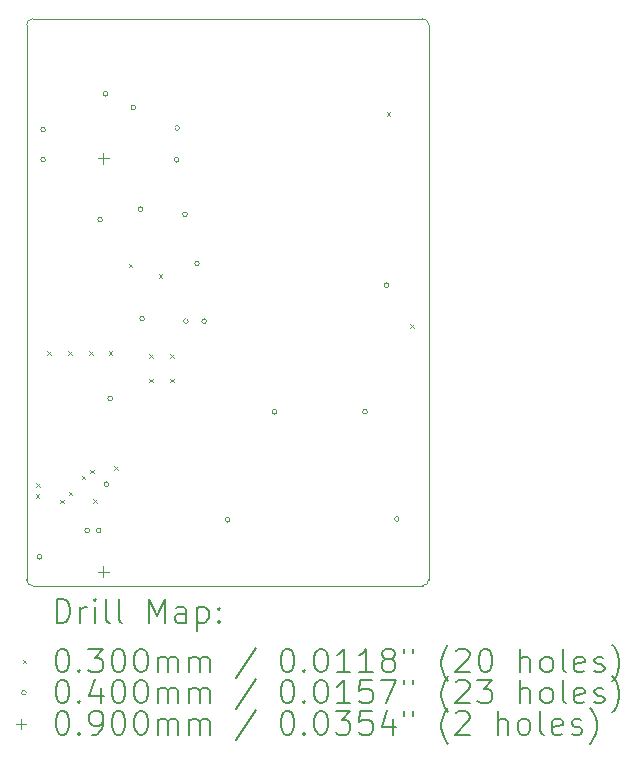
<source format=gbr>
%TF.GenerationSoftware,KiCad,Pcbnew,6.0.7-f9a2dced07~116~ubuntu20.04.1*%
%TF.CreationDate,2022-09-12T22:12:58+02:00*%
%TF.ProjectId,han_to_wifi_board,68616e5f-746f-45f7-9769-66695f626f61,rev?*%
%TF.SameCoordinates,Original*%
%TF.FileFunction,Drillmap*%
%TF.FilePolarity,Positive*%
%FSLAX45Y45*%
G04 Gerber Fmt 4.5, Leading zero omitted, Abs format (unit mm)*
G04 Created by KiCad (PCBNEW 6.0.7-f9a2dced07~116~ubuntu20.04.1) date 2022-09-12 22:12:58*
%MOMM*%
%LPD*%
G01*
G04 APERTURE LIST*
%ADD10C,0.050000*%
%ADD11C,0.200000*%
%ADD12C,0.030000*%
%ADD13C,0.040000*%
%ADD14C,0.090000*%
G04 APERTURE END LIST*
D10*
X14884400Y-2463800D02*
X11582400Y-2463800D01*
X11582400Y-7264400D02*
X14884400Y-7264400D01*
X11531600Y-2514600D02*
X11531600Y-7213600D01*
X11531600Y-7213600D02*
G75*
G03*
X11582400Y-7264400I50800J0D01*
G01*
X14884400Y-7264400D02*
G75*
G03*
X14935200Y-7213600I0J50800D01*
G01*
X14935200Y-7213600D02*
X14935200Y-2514600D01*
X11582400Y-2463800D02*
G75*
G03*
X11531600Y-2514600I0J-50800D01*
G01*
X14935200Y-2514600D02*
G75*
G03*
X14884400Y-2463800I-50800J0D01*
G01*
D11*
D12*
X11610000Y-6487500D02*
X11640000Y-6517500D01*
X11640000Y-6487500D02*
X11610000Y-6517500D01*
X11612500Y-6397500D02*
X11642500Y-6427500D01*
X11642500Y-6397500D02*
X11612500Y-6427500D01*
X11707100Y-5280900D02*
X11737100Y-5310900D01*
X11737100Y-5280900D02*
X11707100Y-5310900D01*
X11816320Y-6538200D02*
X11846320Y-6568200D01*
X11846320Y-6538200D02*
X11816320Y-6568200D01*
X11884900Y-5280900D02*
X11914900Y-5310900D01*
X11914900Y-5280900D02*
X11884900Y-5310900D01*
X11887440Y-6467080D02*
X11917440Y-6497080D01*
X11917440Y-6467080D02*
X11887440Y-6497080D01*
X11999200Y-6335000D02*
X12029200Y-6365000D01*
X12029200Y-6335000D02*
X11999200Y-6365000D01*
X12062700Y-5280900D02*
X12092700Y-5310900D01*
X12092700Y-5280900D02*
X12062700Y-5310900D01*
X12070320Y-6284200D02*
X12100320Y-6314200D01*
X12100320Y-6284200D02*
X12070320Y-6314200D01*
X12095720Y-6533120D02*
X12125720Y-6563120D01*
X12125720Y-6533120D02*
X12095720Y-6563120D01*
X12227800Y-5280900D02*
X12257800Y-5310900D01*
X12257800Y-5280900D02*
X12227800Y-5310900D01*
X12273520Y-6253720D02*
X12303520Y-6283720D01*
X12303520Y-6253720D02*
X12273520Y-6283720D01*
X12395440Y-4536680D02*
X12425440Y-4566680D01*
X12425440Y-4536680D02*
X12395440Y-4566680D01*
X12568160Y-5303760D02*
X12598160Y-5333760D01*
X12598160Y-5303760D02*
X12568160Y-5333760D01*
X12568160Y-5512040D02*
X12598160Y-5542040D01*
X12598160Y-5512040D02*
X12568160Y-5542040D01*
X12649440Y-4628120D02*
X12679440Y-4658120D01*
X12679440Y-4628120D02*
X12649440Y-4658120D01*
X12745960Y-5303760D02*
X12775960Y-5333760D01*
X12775960Y-5303760D02*
X12745960Y-5333760D01*
X12745960Y-5512040D02*
X12775960Y-5542040D01*
X12775960Y-5512040D02*
X12745960Y-5542040D01*
X14579840Y-3256520D02*
X14609840Y-3286520D01*
X14609840Y-3256520D02*
X14579840Y-3286520D01*
X14777960Y-5049760D02*
X14807960Y-5079760D01*
X14807960Y-5049760D02*
X14777960Y-5079760D01*
D13*
X11660000Y-7020000D02*
G75*
G03*
X11660000Y-7020000I-20000J0D01*
G01*
X11691300Y-3403600D02*
G75*
G03*
X11691300Y-3403600I-20000J0D01*
G01*
X11691300Y-3657600D02*
G75*
G03*
X11691300Y-3657600I-20000J0D01*
G01*
X12064680Y-6797040D02*
G75*
G03*
X12064680Y-6797040I-20000J0D01*
G01*
X12161200Y-6797040D02*
G75*
G03*
X12161200Y-6797040I-20000J0D01*
G01*
X12173900Y-4165600D02*
G75*
G03*
X12173900Y-4165600I-20000J0D01*
G01*
X12220000Y-3098800D02*
G75*
G03*
X12220000Y-3098800I-20000J0D01*
G01*
X12227240Y-6405880D02*
G75*
G03*
X12227240Y-6405880I-20000J0D01*
G01*
X12260000Y-5680000D02*
G75*
G03*
X12260000Y-5680000I-20000J0D01*
G01*
X12455840Y-3215640D02*
G75*
G03*
X12455840Y-3215640I-20000J0D01*
G01*
X12516800Y-4076700D02*
G75*
G03*
X12516800Y-4076700I-20000J0D01*
G01*
X12529500Y-5003800D02*
G75*
G03*
X12529500Y-5003800I-20000J0D01*
G01*
X12821600Y-3657600D02*
G75*
G03*
X12821600Y-3657600I-20000J0D01*
G01*
X12826680Y-3388360D02*
G75*
G03*
X12826680Y-3388360I-20000J0D01*
G01*
X12892720Y-4119880D02*
G75*
G03*
X12892720Y-4119880I-20000J0D01*
G01*
X12900000Y-5024120D02*
G75*
G03*
X12900000Y-5024120I-20000J0D01*
G01*
X12994320Y-4536440D02*
G75*
G03*
X12994320Y-4536440I-20000J0D01*
G01*
X13055280Y-5024120D02*
G75*
G03*
X13055280Y-5024120I-20000J0D01*
G01*
X13253400Y-6705600D02*
G75*
G03*
X13253400Y-6705600I-20000J0D01*
G01*
X13649640Y-5791200D02*
G75*
G03*
X13649640Y-5791200I-20000J0D01*
G01*
X14416720Y-5791200D02*
G75*
G03*
X14416720Y-5791200I-20000J0D01*
G01*
X14599600Y-4719320D02*
G75*
G03*
X14599600Y-4719320I-20000J0D01*
G01*
X14685960Y-6700000D02*
G75*
G03*
X14685960Y-6700000I-20000J0D01*
G01*
D14*
X12182000Y-3601100D02*
X12182000Y-3691100D01*
X12137000Y-3646100D02*
X12227000Y-3646100D01*
X12182000Y-7101100D02*
X12182000Y-7191100D01*
X12137000Y-7146100D02*
X12227000Y-7146100D01*
D11*
X11786719Y-7577376D02*
X11786719Y-7377376D01*
X11834338Y-7377376D01*
X11862909Y-7386900D01*
X11881957Y-7405948D01*
X11891481Y-7424995D01*
X11901005Y-7463090D01*
X11901005Y-7491662D01*
X11891481Y-7529757D01*
X11881957Y-7548805D01*
X11862909Y-7567852D01*
X11834338Y-7577376D01*
X11786719Y-7577376D01*
X11986719Y-7577376D02*
X11986719Y-7444043D01*
X11986719Y-7482138D02*
X11996243Y-7463090D01*
X12005767Y-7453567D01*
X12024814Y-7444043D01*
X12043862Y-7444043D01*
X12110528Y-7577376D02*
X12110528Y-7444043D01*
X12110528Y-7377376D02*
X12101005Y-7386900D01*
X12110528Y-7396424D01*
X12120052Y-7386900D01*
X12110528Y-7377376D01*
X12110528Y-7396424D01*
X12234338Y-7577376D02*
X12215290Y-7567852D01*
X12205767Y-7548805D01*
X12205767Y-7377376D01*
X12339100Y-7577376D02*
X12320052Y-7567852D01*
X12310528Y-7548805D01*
X12310528Y-7377376D01*
X12567671Y-7577376D02*
X12567671Y-7377376D01*
X12634338Y-7520233D01*
X12701005Y-7377376D01*
X12701005Y-7577376D01*
X12881957Y-7577376D02*
X12881957Y-7472614D01*
X12872433Y-7453567D01*
X12853386Y-7444043D01*
X12815290Y-7444043D01*
X12796243Y-7453567D01*
X12881957Y-7567852D02*
X12862909Y-7577376D01*
X12815290Y-7577376D01*
X12796243Y-7567852D01*
X12786719Y-7548805D01*
X12786719Y-7529757D01*
X12796243Y-7510709D01*
X12815290Y-7501186D01*
X12862909Y-7501186D01*
X12881957Y-7491662D01*
X12977195Y-7444043D02*
X12977195Y-7644043D01*
X12977195Y-7453567D02*
X12996243Y-7444043D01*
X13034338Y-7444043D01*
X13053386Y-7453567D01*
X13062909Y-7463090D01*
X13072433Y-7482138D01*
X13072433Y-7539281D01*
X13062909Y-7558328D01*
X13053386Y-7567852D01*
X13034338Y-7577376D01*
X12996243Y-7577376D01*
X12977195Y-7567852D01*
X13158148Y-7558328D02*
X13167671Y-7567852D01*
X13158148Y-7577376D01*
X13148624Y-7567852D01*
X13158148Y-7558328D01*
X13158148Y-7577376D01*
X13158148Y-7453567D02*
X13167671Y-7463090D01*
X13158148Y-7472614D01*
X13148624Y-7463090D01*
X13158148Y-7453567D01*
X13158148Y-7472614D01*
D12*
X11499100Y-7891900D02*
X11529100Y-7921900D01*
X11529100Y-7891900D02*
X11499100Y-7921900D01*
D11*
X11824814Y-7797376D02*
X11843862Y-7797376D01*
X11862909Y-7806900D01*
X11872433Y-7816424D01*
X11881957Y-7835471D01*
X11891481Y-7873567D01*
X11891481Y-7921186D01*
X11881957Y-7959281D01*
X11872433Y-7978328D01*
X11862909Y-7987852D01*
X11843862Y-7997376D01*
X11824814Y-7997376D01*
X11805767Y-7987852D01*
X11796243Y-7978328D01*
X11786719Y-7959281D01*
X11777195Y-7921186D01*
X11777195Y-7873567D01*
X11786719Y-7835471D01*
X11796243Y-7816424D01*
X11805767Y-7806900D01*
X11824814Y-7797376D01*
X11977195Y-7978328D02*
X11986719Y-7987852D01*
X11977195Y-7997376D01*
X11967671Y-7987852D01*
X11977195Y-7978328D01*
X11977195Y-7997376D01*
X12053386Y-7797376D02*
X12177195Y-7797376D01*
X12110528Y-7873567D01*
X12139100Y-7873567D01*
X12158148Y-7883090D01*
X12167671Y-7892614D01*
X12177195Y-7911662D01*
X12177195Y-7959281D01*
X12167671Y-7978328D01*
X12158148Y-7987852D01*
X12139100Y-7997376D01*
X12081957Y-7997376D01*
X12062909Y-7987852D01*
X12053386Y-7978328D01*
X12301005Y-7797376D02*
X12320052Y-7797376D01*
X12339100Y-7806900D01*
X12348624Y-7816424D01*
X12358148Y-7835471D01*
X12367671Y-7873567D01*
X12367671Y-7921186D01*
X12358148Y-7959281D01*
X12348624Y-7978328D01*
X12339100Y-7987852D01*
X12320052Y-7997376D01*
X12301005Y-7997376D01*
X12281957Y-7987852D01*
X12272433Y-7978328D01*
X12262909Y-7959281D01*
X12253386Y-7921186D01*
X12253386Y-7873567D01*
X12262909Y-7835471D01*
X12272433Y-7816424D01*
X12281957Y-7806900D01*
X12301005Y-7797376D01*
X12491481Y-7797376D02*
X12510528Y-7797376D01*
X12529576Y-7806900D01*
X12539100Y-7816424D01*
X12548624Y-7835471D01*
X12558148Y-7873567D01*
X12558148Y-7921186D01*
X12548624Y-7959281D01*
X12539100Y-7978328D01*
X12529576Y-7987852D01*
X12510528Y-7997376D01*
X12491481Y-7997376D01*
X12472433Y-7987852D01*
X12462909Y-7978328D01*
X12453386Y-7959281D01*
X12443862Y-7921186D01*
X12443862Y-7873567D01*
X12453386Y-7835471D01*
X12462909Y-7816424D01*
X12472433Y-7806900D01*
X12491481Y-7797376D01*
X12643862Y-7997376D02*
X12643862Y-7864043D01*
X12643862Y-7883090D02*
X12653386Y-7873567D01*
X12672433Y-7864043D01*
X12701005Y-7864043D01*
X12720052Y-7873567D01*
X12729576Y-7892614D01*
X12729576Y-7997376D01*
X12729576Y-7892614D02*
X12739100Y-7873567D01*
X12758148Y-7864043D01*
X12786719Y-7864043D01*
X12805767Y-7873567D01*
X12815290Y-7892614D01*
X12815290Y-7997376D01*
X12910528Y-7997376D02*
X12910528Y-7864043D01*
X12910528Y-7883090D02*
X12920052Y-7873567D01*
X12939100Y-7864043D01*
X12967671Y-7864043D01*
X12986719Y-7873567D01*
X12996243Y-7892614D01*
X12996243Y-7997376D01*
X12996243Y-7892614D02*
X13005767Y-7873567D01*
X13024814Y-7864043D01*
X13053386Y-7864043D01*
X13072433Y-7873567D01*
X13081957Y-7892614D01*
X13081957Y-7997376D01*
X13472433Y-7787852D02*
X13301005Y-8044995D01*
X13729576Y-7797376D02*
X13748624Y-7797376D01*
X13767671Y-7806900D01*
X13777195Y-7816424D01*
X13786719Y-7835471D01*
X13796243Y-7873567D01*
X13796243Y-7921186D01*
X13786719Y-7959281D01*
X13777195Y-7978328D01*
X13767671Y-7987852D01*
X13748624Y-7997376D01*
X13729576Y-7997376D01*
X13710528Y-7987852D01*
X13701005Y-7978328D01*
X13691481Y-7959281D01*
X13681957Y-7921186D01*
X13681957Y-7873567D01*
X13691481Y-7835471D01*
X13701005Y-7816424D01*
X13710528Y-7806900D01*
X13729576Y-7797376D01*
X13881957Y-7978328D02*
X13891481Y-7987852D01*
X13881957Y-7997376D01*
X13872433Y-7987852D01*
X13881957Y-7978328D01*
X13881957Y-7997376D01*
X14015290Y-7797376D02*
X14034338Y-7797376D01*
X14053386Y-7806900D01*
X14062909Y-7816424D01*
X14072433Y-7835471D01*
X14081957Y-7873567D01*
X14081957Y-7921186D01*
X14072433Y-7959281D01*
X14062909Y-7978328D01*
X14053386Y-7987852D01*
X14034338Y-7997376D01*
X14015290Y-7997376D01*
X13996243Y-7987852D01*
X13986719Y-7978328D01*
X13977195Y-7959281D01*
X13967671Y-7921186D01*
X13967671Y-7873567D01*
X13977195Y-7835471D01*
X13986719Y-7816424D01*
X13996243Y-7806900D01*
X14015290Y-7797376D01*
X14272433Y-7997376D02*
X14158148Y-7997376D01*
X14215290Y-7997376D02*
X14215290Y-7797376D01*
X14196243Y-7825948D01*
X14177195Y-7844995D01*
X14158148Y-7854519D01*
X14462909Y-7997376D02*
X14348624Y-7997376D01*
X14405767Y-7997376D02*
X14405767Y-7797376D01*
X14386719Y-7825948D01*
X14367671Y-7844995D01*
X14348624Y-7854519D01*
X14577195Y-7883090D02*
X14558148Y-7873567D01*
X14548624Y-7864043D01*
X14539100Y-7844995D01*
X14539100Y-7835471D01*
X14548624Y-7816424D01*
X14558148Y-7806900D01*
X14577195Y-7797376D01*
X14615290Y-7797376D01*
X14634338Y-7806900D01*
X14643862Y-7816424D01*
X14653386Y-7835471D01*
X14653386Y-7844995D01*
X14643862Y-7864043D01*
X14634338Y-7873567D01*
X14615290Y-7883090D01*
X14577195Y-7883090D01*
X14558148Y-7892614D01*
X14548624Y-7902138D01*
X14539100Y-7921186D01*
X14539100Y-7959281D01*
X14548624Y-7978328D01*
X14558148Y-7987852D01*
X14577195Y-7997376D01*
X14615290Y-7997376D01*
X14634338Y-7987852D01*
X14643862Y-7978328D01*
X14653386Y-7959281D01*
X14653386Y-7921186D01*
X14643862Y-7902138D01*
X14634338Y-7892614D01*
X14615290Y-7883090D01*
X14729576Y-7797376D02*
X14729576Y-7835471D01*
X14805767Y-7797376D02*
X14805767Y-7835471D01*
X15101005Y-8073567D02*
X15091481Y-8064043D01*
X15072433Y-8035471D01*
X15062909Y-8016424D01*
X15053386Y-7987852D01*
X15043862Y-7940233D01*
X15043862Y-7902138D01*
X15053386Y-7854519D01*
X15062909Y-7825948D01*
X15072433Y-7806900D01*
X15091481Y-7778328D01*
X15101005Y-7768805D01*
X15167671Y-7816424D02*
X15177195Y-7806900D01*
X15196243Y-7797376D01*
X15243862Y-7797376D01*
X15262909Y-7806900D01*
X15272433Y-7816424D01*
X15281957Y-7835471D01*
X15281957Y-7854519D01*
X15272433Y-7883090D01*
X15158148Y-7997376D01*
X15281957Y-7997376D01*
X15405767Y-7797376D02*
X15424814Y-7797376D01*
X15443862Y-7806900D01*
X15453386Y-7816424D01*
X15462909Y-7835471D01*
X15472433Y-7873567D01*
X15472433Y-7921186D01*
X15462909Y-7959281D01*
X15453386Y-7978328D01*
X15443862Y-7987852D01*
X15424814Y-7997376D01*
X15405767Y-7997376D01*
X15386719Y-7987852D01*
X15377195Y-7978328D01*
X15367671Y-7959281D01*
X15358148Y-7921186D01*
X15358148Y-7873567D01*
X15367671Y-7835471D01*
X15377195Y-7816424D01*
X15386719Y-7806900D01*
X15405767Y-7797376D01*
X15710528Y-7997376D02*
X15710528Y-7797376D01*
X15796243Y-7997376D02*
X15796243Y-7892614D01*
X15786719Y-7873567D01*
X15767671Y-7864043D01*
X15739100Y-7864043D01*
X15720052Y-7873567D01*
X15710528Y-7883090D01*
X15920052Y-7997376D02*
X15901005Y-7987852D01*
X15891481Y-7978328D01*
X15881957Y-7959281D01*
X15881957Y-7902138D01*
X15891481Y-7883090D01*
X15901005Y-7873567D01*
X15920052Y-7864043D01*
X15948624Y-7864043D01*
X15967671Y-7873567D01*
X15977195Y-7883090D01*
X15986719Y-7902138D01*
X15986719Y-7959281D01*
X15977195Y-7978328D01*
X15967671Y-7987852D01*
X15948624Y-7997376D01*
X15920052Y-7997376D01*
X16101005Y-7997376D02*
X16081957Y-7987852D01*
X16072433Y-7968805D01*
X16072433Y-7797376D01*
X16253386Y-7987852D02*
X16234338Y-7997376D01*
X16196243Y-7997376D01*
X16177195Y-7987852D01*
X16167671Y-7968805D01*
X16167671Y-7892614D01*
X16177195Y-7873567D01*
X16196243Y-7864043D01*
X16234338Y-7864043D01*
X16253386Y-7873567D01*
X16262909Y-7892614D01*
X16262909Y-7911662D01*
X16167671Y-7930709D01*
X16339100Y-7987852D02*
X16358148Y-7997376D01*
X16396243Y-7997376D01*
X16415290Y-7987852D01*
X16424814Y-7968805D01*
X16424814Y-7959281D01*
X16415290Y-7940233D01*
X16396243Y-7930709D01*
X16367671Y-7930709D01*
X16348624Y-7921186D01*
X16339100Y-7902138D01*
X16339100Y-7892614D01*
X16348624Y-7873567D01*
X16367671Y-7864043D01*
X16396243Y-7864043D01*
X16415290Y-7873567D01*
X16491481Y-8073567D02*
X16501005Y-8064043D01*
X16520052Y-8035471D01*
X16529576Y-8016424D01*
X16539100Y-7987852D01*
X16548624Y-7940233D01*
X16548624Y-7902138D01*
X16539100Y-7854519D01*
X16529576Y-7825948D01*
X16520052Y-7806900D01*
X16501005Y-7778328D01*
X16491481Y-7768805D01*
D13*
X11529100Y-8170900D02*
G75*
G03*
X11529100Y-8170900I-20000J0D01*
G01*
D11*
X11824814Y-8061376D02*
X11843862Y-8061376D01*
X11862909Y-8070900D01*
X11872433Y-8080424D01*
X11881957Y-8099471D01*
X11891481Y-8137567D01*
X11891481Y-8185186D01*
X11881957Y-8223281D01*
X11872433Y-8242328D01*
X11862909Y-8251852D01*
X11843862Y-8261376D01*
X11824814Y-8261376D01*
X11805767Y-8251852D01*
X11796243Y-8242328D01*
X11786719Y-8223281D01*
X11777195Y-8185186D01*
X11777195Y-8137567D01*
X11786719Y-8099471D01*
X11796243Y-8080424D01*
X11805767Y-8070900D01*
X11824814Y-8061376D01*
X11977195Y-8242328D02*
X11986719Y-8251852D01*
X11977195Y-8261376D01*
X11967671Y-8251852D01*
X11977195Y-8242328D01*
X11977195Y-8261376D01*
X12158148Y-8128043D02*
X12158148Y-8261376D01*
X12110528Y-8051852D02*
X12062909Y-8194709D01*
X12186719Y-8194709D01*
X12301005Y-8061376D02*
X12320052Y-8061376D01*
X12339100Y-8070900D01*
X12348624Y-8080424D01*
X12358148Y-8099471D01*
X12367671Y-8137567D01*
X12367671Y-8185186D01*
X12358148Y-8223281D01*
X12348624Y-8242328D01*
X12339100Y-8251852D01*
X12320052Y-8261376D01*
X12301005Y-8261376D01*
X12281957Y-8251852D01*
X12272433Y-8242328D01*
X12262909Y-8223281D01*
X12253386Y-8185186D01*
X12253386Y-8137567D01*
X12262909Y-8099471D01*
X12272433Y-8080424D01*
X12281957Y-8070900D01*
X12301005Y-8061376D01*
X12491481Y-8061376D02*
X12510528Y-8061376D01*
X12529576Y-8070900D01*
X12539100Y-8080424D01*
X12548624Y-8099471D01*
X12558148Y-8137567D01*
X12558148Y-8185186D01*
X12548624Y-8223281D01*
X12539100Y-8242328D01*
X12529576Y-8251852D01*
X12510528Y-8261376D01*
X12491481Y-8261376D01*
X12472433Y-8251852D01*
X12462909Y-8242328D01*
X12453386Y-8223281D01*
X12443862Y-8185186D01*
X12443862Y-8137567D01*
X12453386Y-8099471D01*
X12462909Y-8080424D01*
X12472433Y-8070900D01*
X12491481Y-8061376D01*
X12643862Y-8261376D02*
X12643862Y-8128043D01*
X12643862Y-8147090D02*
X12653386Y-8137567D01*
X12672433Y-8128043D01*
X12701005Y-8128043D01*
X12720052Y-8137567D01*
X12729576Y-8156614D01*
X12729576Y-8261376D01*
X12729576Y-8156614D02*
X12739100Y-8137567D01*
X12758148Y-8128043D01*
X12786719Y-8128043D01*
X12805767Y-8137567D01*
X12815290Y-8156614D01*
X12815290Y-8261376D01*
X12910528Y-8261376D02*
X12910528Y-8128043D01*
X12910528Y-8147090D02*
X12920052Y-8137567D01*
X12939100Y-8128043D01*
X12967671Y-8128043D01*
X12986719Y-8137567D01*
X12996243Y-8156614D01*
X12996243Y-8261376D01*
X12996243Y-8156614D02*
X13005767Y-8137567D01*
X13024814Y-8128043D01*
X13053386Y-8128043D01*
X13072433Y-8137567D01*
X13081957Y-8156614D01*
X13081957Y-8261376D01*
X13472433Y-8051852D02*
X13301005Y-8308995D01*
X13729576Y-8061376D02*
X13748624Y-8061376D01*
X13767671Y-8070900D01*
X13777195Y-8080424D01*
X13786719Y-8099471D01*
X13796243Y-8137567D01*
X13796243Y-8185186D01*
X13786719Y-8223281D01*
X13777195Y-8242328D01*
X13767671Y-8251852D01*
X13748624Y-8261376D01*
X13729576Y-8261376D01*
X13710528Y-8251852D01*
X13701005Y-8242328D01*
X13691481Y-8223281D01*
X13681957Y-8185186D01*
X13681957Y-8137567D01*
X13691481Y-8099471D01*
X13701005Y-8080424D01*
X13710528Y-8070900D01*
X13729576Y-8061376D01*
X13881957Y-8242328D02*
X13891481Y-8251852D01*
X13881957Y-8261376D01*
X13872433Y-8251852D01*
X13881957Y-8242328D01*
X13881957Y-8261376D01*
X14015290Y-8061376D02*
X14034338Y-8061376D01*
X14053386Y-8070900D01*
X14062909Y-8080424D01*
X14072433Y-8099471D01*
X14081957Y-8137567D01*
X14081957Y-8185186D01*
X14072433Y-8223281D01*
X14062909Y-8242328D01*
X14053386Y-8251852D01*
X14034338Y-8261376D01*
X14015290Y-8261376D01*
X13996243Y-8251852D01*
X13986719Y-8242328D01*
X13977195Y-8223281D01*
X13967671Y-8185186D01*
X13967671Y-8137567D01*
X13977195Y-8099471D01*
X13986719Y-8080424D01*
X13996243Y-8070900D01*
X14015290Y-8061376D01*
X14272433Y-8261376D02*
X14158148Y-8261376D01*
X14215290Y-8261376D02*
X14215290Y-8061376D01*
X14196243Y-8089948D01*
X14177195Y-8108995D01*
X14158148Y-8118519D01*
X14453386Y-8061376D02*
X14358148Y-8061376D01*
X14348624Y-8156614D01*
X14358148Y-8147090D01*
X14377195Y-8137567D01*
X14424814Y-8137567D01*
X14443862Y-8147090D01*
X14453386Y-8156614D01*
X14462909Y-8175662D01*
X14462909Y-8223281D01*
X14453386Y-8242328D01*
X14443862Y-8251852D01*
X14424814Y-8261376D01*
X14377195Y-8261376D01*
X14358148Y-8251852D01*
X14348624Y-8242328D01*
X14529576Y-8061376D02*
X14662909Y-8061376D01*
X14577195Y-8261376D01*
X14729576Y-8061376D02*
X14729576Y-8099471D01*
X14805767Y-8061376D02*
X14805767Y-8099471D01*
X15101005Y-8337567D02*
X15091481Y-8328043D01*
X15072433Y-8299471D01*
X15062909Y-8280424D01*
X15053386Y-8251852D01*
X15043862Y-8204233D01*
X15043862Y-8166138D01*
X15053386Y-8118519D01*
X15062909Y-8089948D01*
X15072433Y-8070900D01*
X15091481Y-8042328D01*
X15101005Y-8032805D01*
X15167671Y-8080424D02*
X15177195Y-8070900D01*
X15196243Y-8061376D01*
X15243862Y-8061376D01*
X15262909Y-8070900D01*
X15272433Y-8080424D01*
X15281957Y-8099471D01*
X15281957Y-8118519D01*
X15272433Y-8147090D01*
X15158148Y-8261376D01*
X15281957Y-8261376D01*
X15348624Y-8061376D02*
X15472433Y-8061376D01*
X15405767Y-8137567D01*
X15434338Y-8137567D01*
X15453386Y-8147090D01*
X15462909Y-8156614D01*
X15472433Y-8175662D01*
X15472433Y-8223281D01*
X15462909Y-8242328D01*
X15453386Y-8251852D01*
X15434338Y-8261376D01*
X15377195Y-8261376D01*
X15358148Y-8251852D01*
X15348624Y-8242328D01*
X15710528Y-8261376D02*
X15710528Y-8061376D01*
X15796243Y-8261376D02*
X15796243Y-8156614D01*
X15786719Y-8137567D01*
X15767671Y-8128043D01*
X15739100Y-8128043D01*
X15720052Y-8137567D01*
X15710528Y-8147090D01*
X15920052Y-8261376D02*
X15901005Y-8251852D01*
X15891481Y-8242328D01*
X15881957Y-8223281D01*
X15881957Y-8166138D01*
X15891481Y-8147090D01*
X15901005Y-8137567D01*
X15920052Y-8128043D01*
X15948624Y-8128043D01*
X15967671Y-8137567D01*
X15977195Y-8147090D01*
X15986719Y-8166138D01*
X15986719Y-8223281D01*
X15977195Y-8242328D01*
X15967671Y-8251852D01*
X15948624Y-8261376D01*
X15920052Y-8261376D01*
X16101005Y-8261376D02*
X16081957Y-8251852D01*
X16072433Y-8232805D01*
X16072433Y-8061376D01*
X16253386Y-8251852D02*
X16234338Y-8261376D01*
X16196243Y-8261376D01*
X16177195Y-8251852D01*
X16167671Y-8232805D01*
X16167671Y-8156614D01*
X16177195Y-8137567D01*
X16196243Y-8128043D01*
X16234338Y-8128043D01*
X16253386Y-8137567D01*
X16262909Y-8156614D01*
X16262909Y-8175662D01*
X16167671Y-8194709D01*
X16339100Y-8251852D02*
X16358148Y-8261376D01*
X16396243Y-8261376D01*
X16415290Y-8251852D01*
X16424814Y-8232805D01*
X16424814Y-8223281D01*
X16415290Y-8204233D01*
X16396243Y-8194709D01*
X16367671Y-8194709D01*
X16348624Y-8185186D01*
X16339100Y-8166138D01*
X16339100Y-8156614D01*
X16348624Y-8137567D01*
X16367671Y-8128043D01*
X16396243Y-8128043D01*
X16415290Y-8137567D01*
X16491481Y-8337567D02*
X16501005Y-8328043D01*
X16520052Y-8299471D01*
X16529576Y-8280424D01*
X16539100Y-8251852D01*
X16548624Y-8204233D01*
X16548624Y-8166138D01*
X16539100Y-8118519D01*
X16529576Y-8089948D01*
X16520052Y-8070900D01*
X16501005Y-8042328D01*
X16491481Y-8032805D01*
D14*
X11484100Y-8389900D02*
X11484100Y-8479900D01*
X11439100Y-8434900D02*
X11529100Y-8434900D01*
D11*
X11824814Y-8325376D02*
X11843862Y-8325376D01*
X11862909Y-8334900D01*
X11872433Y-8344424D01*
X11881957Y-8363471D01*
X11891481Y-8401567D01*
X11891481Y-8449186D01*
X11881957Y-8487281D01*
X11872433Y-8506329D01*
X11862909Y-8515852D01*
X11843862Y-8525376D01*
X11824814Y-8525376D01*
X11805767Y-8515852D01*
X11796243Y-8506329D01*
X11786719Y-8487281D01*
X11777195Y-8449186D01*
X11777195Y-8401567D01*
X11786719Y-8363471D01*
X11796243Y-8344424D01*
X11805767Y-8334900D01*
X11824814Y-8325376D01*
X11977195Y-8506329D02*
X11986719Y-8515852D01*
X11977195Y-8525376D01*
X11967671Y-8515852D01*
X11977195Y-8506329D01*
X11977195Y-8525376D01*
X12081957Y-8525376D02*
X12120052Y-8525376D01*
X12139100Y-8515852D01*
X12148624Y-8506329D01*
X12167671Y-8477757D01*
X12177195Y-8439662D01*
X12177195Y-8363471D01*
X12167671Y-8344424D01*
X12158148Y-8334900D01*
X12139100Y-8325376D01*
X12101005Y-8325376D01*
X12081957Y-8334900D01*
X12072433Y-8344424D01*
X12062909Y-8363471D01*
X12062909Y-8411090D01*
X12072433Y-8430138D01*
X12081957Y-8439662D01*
X12101005Y-8449186D01*
X12139100Y-8449186D01*
X12158148Y-8439662D01*
X12167671Y-8430138D01*
X12177195Y-8411090D01*
X12301005Y-8325376D02*
X12320052Y-8325376D01*
X12339100Y-8334900D01*
X12348624Y-8344424D01*
X12358148Y-8363471D01*
X12367671Y-8401567D01*
X12367671Y-8449186D01*
X12358148Y-8487281D01*
X12348624Y-8506329D01*
X12339100Y-8515852D01*
X12320052Y-8525376D01*
X12301005Y-8525376D01*
X12281957Y-8515852D01*
X12272433Y-8506329D01*
X12262909Y-8487281D01*
X12253386Y-8449186D01*
X12253386Y-8401567D01*
X12262909Y-8363471D01*
X12272433Y-8344424D01*
X12281957Y-8334900D01*
X12301005Y-8325376D01*
X12491481Y-8325376D02*
X12510528Y-8325376D01*
X12529576Y-8334900D01*
X12539100Y-8344424D01*
X12548624Y-8363471D01*
X12558148Y-8401567D01*
X12558148Y-8449186D01*
X12548624Y-8487281D01*
X12539100Y-8506329D01*
X12529576Y-8515852D01*
X12510528Y-8525376D01*
X12491481Y-8525376D01*
X12472433Y-8515852D01*
X12462909Y-8506329D01*
X12453386Y-8487281D01*
X12443862Y-8449186D01*
X12443862Y-8401567D01*
X12453386Y-8363471D01*
X12462909Y-8344424D01*
X12472433Y-8334900D01*
X12491481Y-8325376D01*
X12643862Y-8525376D02*
X12643862Y-8392043D01*
X12643862Y-8411090D02*
X12653386Y-8401567D01*
X12672433Y-8392043D01*
X12701005Y-8392043D01*
X12720052Y-8401567D01*
X12729576Y-8420614D01*
X12729576Y-8525376D01*
X12729576Y-8420614D02*
X12739100Y-8401567D01*
X12758148Y-8392043D01*
X12786719Y-8392043D01*
X12805767Y-8401567D01*
X12815290Y-8420614D01*
X12815290Y-8525376D01*
X12910528Y-8525376D02*
X12910528Y-8392043D01*
X12910528Y-8411090D02*
X12920052Y-8401567D01*
X12939100Y-8392043D01*
X12967671Y-8392043D01*
X12986719Y-8401567D01*
X12996243Y-8420614D01*
X12996243Y-8525376D01*
X12996243Y-8420614D02*
X13005767Y-8401567D01*
X13024814Y-8392043D01*
X13053386Y-8392043D01*
X13072433Y-8401567D01*
X13081957Y-8420614D01*
X13081957Y-8525376D01*
X13472433Y-8315852D02*
X13301005Y-8572995D01*
X13729576Y-8325376D02*
X13748624Y-8325376D01*
X13767671Y-8334900D01*
X13777195Y-8344424D01*
X13786719Y-8363471D01*
X13796243Y-8401567D01*
X13796243Y-8449186D01*
X13786719Y-8487281D01*
X13777195Y-8506329D01*
X13767671Y-8515852D01*
X13748624Y-8525376D01*
X13729576Y-8525376D01*
X13710528Y-8515852D01*
X13701005Y-8506329D01*
X13691481Y-8487281D01*
X13681957Y-8449186D01*
X13681957Y-8401567D01*
X13691481Y-8363471D01*
X13701005Y-8344424D01*
X13710528Y-8334900D01*
X13729576Y-8325376D01*
X13881957Y-8506329D02*
X13891481Y-8515852D01*
X13881957Y-8525376D01*
X13872433Y-8515852D01*
X13881957Y-8506329D01*
X13881957Y-8525376D01*
X14015290Y-8325376D02*
X14034338Y-8325376D01*
X14053386Y-8334900D01*
X14062909Y-8344424D01*
X14072433Y-8363471D01*
X14081957Y-8401567D01*
X14081957Y-8449186D01*
X14072433Y-8487281D01*
X14062909Y-8506329D01*
X14053386Y-8515852D01*
X14034338Y-8525376D01*
X14015290Y-8525376D01*
X13996243Y-8515852D01*
X13986719Y-8506329D01*
X13977195Y-8487281D01*
X13967671Y-8449186D01*
X13967671Y-8401567D01*
X13977195Y-8363471D01*
X13986719Y-8344424D01*
X13996243Y-8334900D01*
X14015290Y-8325376D01*
X14148624Y-8325376D02*
X14272433Y-8325376D01*
X14205767Y-8401567D01*
X14234338Y-8401567D01*
X14253386Y-8411090D01*
X14262909Y-8420614D01*
X14272433Y-8439662D01*
X14272433Y-8487281D01*
X14262909Y-8506329D01*
X14253386Y-8515852D01*
X14234338Y-8525376D01*
X14177195Y-8525376D01*
X14158148Y-8515852D01*
X14148624Y-8506329D01*
X14453386Y-8325376D02*
X14358148Y-8325376D01*
X14348624Y-8420614D01*
X14358148Y-8411090D01*
X14377195Y-8401567D01*
X14424814Y-8401567D01*
X14443862Y-8411090D01*
X14453386Y-8420614D01*
X14462909Y-8439662D01*
X14462909Y-8487281D01*
X14453386Y-8506329D01*
X14443862Y-8515852D01*
X14424814Y-8525376D01*
X14377195Y-8525376D01*
X14358148Y-8515852D01*
X14348624Y-8506329D01*
X14634338Y-8392043D02*
X14634338Y-8525376D01*
X14586719Y-8315852D02*
X14539100Y-8458710D01*
X14662909Y-8458710D01*
X14729576Y-8325376D02*
X14729576Y-8363471D01*
X14805767Y-8325376D02*
X14805767Y-8363471D01*
X15101005Y-8601567D02*
X15091481Y-8592043D01*
X15072433Y-8563471D01*
X15062909Y-8544424D01*
X15053386Y-8515852D01*
X15043862Y-8468233D01*
X15043862Y-8430138D01*
X15053386Y-8382519D01*
X15062909Y-8353948D01*
X15072433Y-8334900D01*
X15091481Y-8306328D01*
X15101005Y-8296805D01*
X15167671Y-8344424D02*
X15177195Y-8334900D01*
X15196243Y-8325376D01*
X15243862Y-8325376D01*
X15262909Y-8334900D01*
X15272433Y-8344424D01*
X15281957Y-8363471D01*
X15281957Y-8382519D01*
X15272433Y-8411090D01*
X15158148Y-8525376D01*
X15281957Y-8525376D01*
X15520052Y-8525376D02*
X15520052Y-8325376D01*
X15605767Y-8525376D02*
X15605767Y-8420614D01*
X15596243Y-8401567D01*
X15577195Y-8392043D01*
X15548624Y-8392043D01*
X15529576Y-8401567D01*
X15520052Y-8411090D01*
X15729576Y-8525376D02*
X15710528Y-8515852D01*
X15701005Y-8506329D01*
X15691481Y-8487281D01*
X15691481Y-8430138D01*
X15701005Y-8411090D01*
X15710528Y-8401567D01*
X15729576Y-8392043D01*
X15758148Y-8392043D01*
X15777195Y-8401567D01*
X15786719Y-8411090D01*
X15796243Y-8430138D01*
X15796243Y-8487281D01*
X15786719Y-8506329D01*
X15777195Y-8515852D01*
X15758148Y-8525376D01*
X15729576Y-8525376D01*
X15910528Y-8525376D02*
X15891481Y-8515852D01*
X15881957Y-8496805D01*
X15881957Y-8325376D01*
X16062909Y-8515852D02*
X16043862Y-8525376D01*
X16005767Y-8525376D01*
X15986719Y-8515852D01*
X15977195Y-8496805D01*
X15977195Y-8420614D01*
X15986719Y-8401567D01*
X16005767Y-8392043D01*
X16043862Y-8392043D01*
X16062909Y-8401567D01*
X16072433Y-8420614D01*
X16072433Y-8439662D01*
X15977195Y-8458710D01*
X16148624Y-8515852D02*
X16167671Y-8525376D01*
X16205767Y-8525376D01*
X16224814Y-8515852D01*
X16234338Y-8496805D01*
X16234338Y-8487281D01*
X16224814Y-8468233D01*
X16205767Y-8458710D01*
X16177195Y-8458710D01*
X16158148Y-8449186D01*
X16148624Y-8430138D01*
X16148624Y-8420614D01*
X16158148Y-8401567D01*
X16177195Y-8392043D01*
X16205767Y-8392043D01*
X16224814Y-8401567D01*
X16301005Y-8601567D02*
X16310528Y-8592043D01*
X16329576Y-8563471D01*
X16339100Y-8544424D01*
X16348624Y-8515852D01*
X16358148Y-8468233D01*
X16358148Y-8430138D01*
X16348624Y-8382519D01*
X16339100Y-8353948D01*
X16329576Y-8334900D01*
X16310528Y-8306328D01*
X16301005Y-8296805D01*
M02*

</source>
